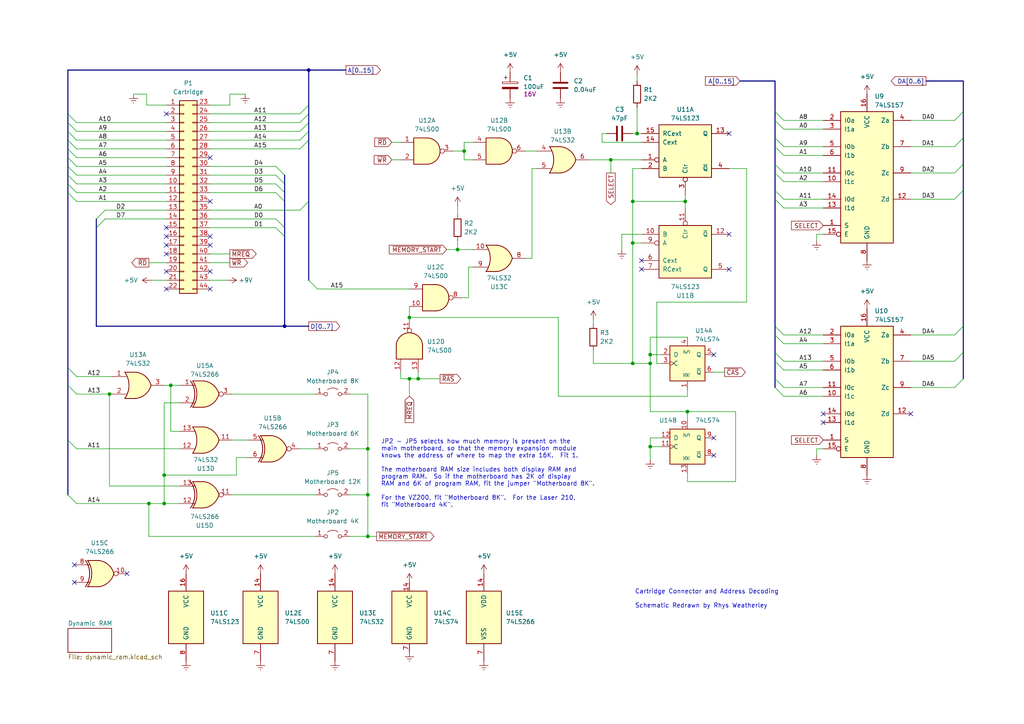
<source format=kicad_sch>
(kicad_sch (version 20230121) (generator eeschema)
  (paper "A4")
  (lib_symbols
    (symbol "4xxx:4077" (pin_names (offset 1.016))
      (property "Reference" "U" (at 0 1.27 0))
      (property "Value" "4077" (at 0 -1.27 0))
      (symbol "4077_1_0"
        (pin input line (at -7.62 2.54 0) (length 4.445) (name "~") (number "1"))
        (pin input line (at -7.62 -2.54 0) (length 4.445) (name "~") (number "2"))
        (pin output inverted (at 7.62 0 180) (length 3.81) (name "~") (number "3"))
      )
      (symbol "4077_2_0"
        (pin output inverted (at 7.62 0 180) (length 3.81) (name "~") (number "4"))
        (pin input line (at -7.62 2.54 0) (length 4.445) (name "~") (number "5"))
        (pin input line (at -7.62 -2.54 0) (length 4.445) (name "~") (number "6"))
      )
      (symbol "4077_3_0"
        (pin output inverted (at 7.62 0 180) (length 3.81) (name "~") (number "10"))
        (pin input line (at -7.62 2.54 0) (length 4.445) (name "~") (number "8"))
        (pin input line (at -7.62 -2.54 0) (length 4.445) (name "~") (number "9"))
      )
      (symbol "4077_4_0"
        (pin output inverted (at 7.62 0 180) (length 3.81) (name "~") (number "11"))
        (pin input line (at -7.62 2.54 0) (length 4.445) (name "~") (number "12"))
        (pin input line (at -7.62 -2.54 0) (length 4.445) (name "~") (number "13"))
      )
      (symbol "4077_5_0"
        (pin power_in line (at 0 12.7 270) (length 5.08) (name "VDD") (number "14"))
        (pin power_in line (at 0 -12.7 90) (length 5.08) (name "VSS") (number "7"))
      )
    )
    (symbol "74xx:74LS00" (pin_names (offset 1.016))
      (property "Reference" "U" (at 0 1.27 0))
      (property "Value" "74LS00" (at 0 -1.27 0))
      (symbol "74LS00_1_1"
        (pin input line (at -7.62 2.54 0) (length 3.81) (name "~") (number "1"))
        (pin input line (at -7.62 -2.54 0) (length 3.81) (name "~") (number "2"))
        (pin output inverted (at 7.62 0 180) (length 3.81) (name "~") (number "3"))
      )
      (symbol "74LS00_1_2"
        (pin input inverted (at -7.62 2.54 0) (length 4.318) (name "~") (number "1"))
        (pin input inverted (at -7.62 -2.54 0) (length 4.318) (name "~") (number "2"))
        (pin output line (at 7.62 0 180) (length 3.81) (name "~") (number "3"))
      )
      (symbol "74LS00_2_1"
        (pin input line (at -7.62 2.54 0) (length 3.81) (name "~") (number "4"))
        (pin input line (at -7.62 -2.54 0) (length 3.81) (name "~") (number "5"))
        (pin output inverted (at 7.62 0 180) (length 3.81) (name "~") (number "6"))
      )
      (symbol "74LS00_2_2"
        (pin input inverted (at -7.62 2.54 0) (length 4.318) (name "~") (number "4"))
        (pin input inverted (at -7.62 -2.54 0) (length 4.318) (name "~") (number "5"))
        (pin output line (at 7.62 0 180) (length 3.81) (name "~") (number "6"))
      )
      (symbol "74LS00_3_1"
        (pin input line (at -7.62 -2.54 0) (length 3.81) (name "~") (number "10"))
        (pin output inverted (at 7.62 0 180) (length 3.81) (name "~") (number "8"))
        (pin input line (at -7.62 2.54 0) (length 3.81) (name "~") (number "9"))
      )
      (symbol "74LS00_3_2"
        (pin input inverted (at -7.62 -2.54 0) (length 4.318) (name "~") (number "10"))
        (pin output line (at 7.62 0 180) (length 3.81) (name "~") (number "8"))
        (pin input inverted (at -7.62 2.54 0) (length 4.318) (name "~") (number "9"))
      )
      (symbol "74LS00_4_1"
        (pin output inverted (at 7.62 0 180) (length 3.81) (name "~") (number "11"))
        (pin input line (at -7.62 2.54 0) (length 3.81) (name "~") (number "12"))
        (pin input line (at -7.62 -2.54 0) (length 3.81) (name "~") (number "13"))
      )
      (symbol "74LS00_4_2"
        (pin output line (at 7.62 0 180) (length 3.81) (name "~") (number "11"))
        (pin input inverted (at -7.62 2.54 0) (length 4.318) (name "~") (number "12"))
        (pin input inverted (at -7.62 -2.54 0) (length 4.318) (name "~") (number "13"))
      )
      (symbol "74LS00_5_0"
        (pin power_in line (at 0 12.7 270) (length 5.08) (name "VCC") (number "14"))
        (pin power_in line (at 0 -12.7 90) (length 5.08) (name "GND") (number "7"))
      )
    )
    (symbol "74xx:74LS123" (pin_names (offset 1.016))
      (property "Reference" "U" (at -7.62 8.89 0))
      (property "Value" "74LS123" (at -7.62 -8.89 0))
      (symbol "74LS123_1_0"
        (pin input inverted (at -12.7 -2.54 0) (length 5.08) (name "A") (number "1"))
        (pin output line (at 12.7 5.08 180) (length 5.08) (name "Q") (number "13"))
        (pin input line (at -12.7 2.54 0) (length 5.08) (name "Cext") (number "14"))
        (pin input line (at -12.7 5.08 0) (length 5.08) (name "RCext") (number "15"))
        (pin input line (at -12.7 -5.08 0) (length 5.08) (name "B") (number "2"))
        (pin input inverted (at 0 -12.7 90) (length 5.08) (name "Clr") (number "3"))
        (pin output line (at 12.7 -5.08 180) (length 5.08) (name "~{Q}") (number "4"))
      )
      (symbol "74LS123_2_0"
        (pin input line (at -12.7 -5.08 0) (length 5.08) (name "B") (number "10"))
        (pin input inverted (at 0 -12.7 90) (length 5.08) (name "Clr") (number "11"))
        (pin output line (at 12.7 -5.08 180) (length 5.08) (name "~{Q}") (number "12"))
        (pin output line (at 12.7 5.08 180) (length 5.08) (name "Q") (number "5"))
        (pin input line (at -12.7 2.54 0) (length 5.08) (name "Cext") (number "6"))
        (pin input line (at -12.7 5.08 0) (length 5.08) (name "RCext") (number "7"))
        (pin input inverted (at -12.7 -2.54 0) (length 5.08) (name "A") (number "9"))
      )
      (symbol "74LS123_3_0"
        (pin power_in line (at 0 12.7 270) (length 5.08) (name "VCC") (number "16"))
        (pin power_in line (at 0 -12.7 90) (length 5.08) (name "GND") (number "8"))
      )
    )
    (symbol "74xx:74LS157" (pin_names (offset 1.016))
      (property "Reference" "U" (at -7.62 19.05 0))
      (property "Value" "74LS157" (at -7.62 -21.59 0))
      (symbol "74LS157_1_0"
        (pin input line (at -12.7 -15.24 0) (length 5.08) (name "S") (number "1"))
        (pin input line (at -12.7 -2.54 0) (length 5.08) (name "I1c") (number "10"))
        (pin input line (at -12.7 0 0) (length 5.08) (name "I0c") (number "11"))
        (pin output line (at 12.7 -7.62 180) (length 5.08) (name "Zd") (number "12"))
        (pin input line (at -12.7 -10.16 0) (length 5.08) (name "I1d") (number "13"))
        (pin input line (at -12.7 -7.62 0) (length 5.08) (name "I0d") (number "14"))
        (pin input inverted (at -12.7 -17.78 0) (length 5.08) (name "E") (number "15"))
        (pin power_in line (at 0 22.86 270) (length 5.08) (name "VCC") (number "16"))
        (pin input line (at -12.7 15.24 0) (length 5.08) (name "I0a") (number "2"))
        (pin input line (at -12.7 12.7 0) (length 5.08) (name "I1a") (number "3"))
        (pin output line (at 12.7 15.24 180) (length 5.08) (name "Za") (number "4"))
        (pin input line (at -12.7 7.62 0) (length 5.08) (name "I0b") (number "5"))
        (pin input line (at -12.7 5.08 0) (length 5.08) (name "I1b") (number "6"))
        (pin output line (at 12.7 7.62 180) (length 5.08) (name "Zb") (number "7"))
        (pin power_in line (at 0 -25.4 90) (length 5.08) (name "GND") (number "8"))
        (pin output line (at 12.7 0 180) (length 5.08) (name "Zc") (number "9"))
      )
    )
    (symbol "74xx:74LS32" (pin_names (offset 1.016))
      (property "Reference" "U" (at 0 1.27 0))
      (property "Value" "74LS32" (at 0 -1.27 0))
      (symbol "74LS32_1_1"
        (pin input line (at -7.62 2.54 0) (length 4.318) (name "~") (number "1"))
        (pin input line (at -7.62 -2.54 0) (length 4.318) (name "~") (number "2"))
        (pin output line (at 7.62 0 180) (length 3.81) (name "~") (number "3"))
      )
      (symbol "74LS32_1_2"
        (pin input inverted (at -7.62 2.54 0) (length 3.81) (name "~") (number "1"))
        (pin input inverted (at -7.62 -2.54 0) (length 3.81) (name "~") (number "2"))
        (pin output inverted (at 7.62 0 180) (length 3.81) (name "~") (number "3"))
      )
      (symbol "74LS32_2_1"
        (pin input line (at -7.62 2.54 0) (length 4.318) (name "~") (number "4"))
        (pin input line (at -7.62 -2.54 0) (length 4.318) (name "~") (number "5"))
        (pin output line (at 7.62 0 180) (length 3.81) (name "~") (number "6"))
      )
      (symbol "74LS32_2_2"
        (pin input inverted (at -7.62 2.54 0) (length 3.81) (name "~") (number "4"))
        (pin input inverted (at -7.62 -2.54 0) (length 3.81) (name "~") (number "5"))
        (pin output inverted (at 7.62 0 180) (length 3.81) (name "~") (number "6"))
      )
      (symbol "74LS32_3_1"
        (pin input line (at -7.62 -2.54 0) (length 4.318) (name "~") (number "10"))
        (pin output line (at 7.62 0 180) (length 3.81) (name "~") (number "8"))
        (pin input line (at -7.62 2.54 0) (length 4.318) (name "~") (number "9"))
      )
      (symbol "74LS32_3_2"
        (pin input inverted (at -7.62 -2.54 0) (length 3.81) (name "~") (number "10"))
        (pin output inverted (at 7.62 0 180) (length 3.81) (name "~") (number "8"))
        (pin input inverted (at -7.62 2.54 0) (length 3.81) (name "~") (number "9"))
      )
      (symbol "74LS32_4_1"
        (pin output line (at 7.62 0 180) (length 3.81) (name "~") (number "11"))
        (pin input line (at -7.62 2.54 0) (length 4.318) (name "~") (number "12"))
        (pin input line (at -7.62 -2.54 0) (length 4.318) (name "~") (number "13"))
      )
      (symbol "74LS32_4_2"
        (pin output inverted (at 7.62 0 180) (length 3.81) (name "~") (number "11"))
        (pin input inverted (at -7.62 2.54 0) (length 3.81) (name "~") (number "12"))
        (pin input inverted (at -7.62 -2.54 0) (length 3.81) (name "~") (number "13"))
      )
      (symbol "74LS32_5_0"
        (pin power_in line (at 0 12.7 270) (length 5.08) (name "VCC") (number "14"))
        (pin power_in line (at 0 -12.7 90) (length 5.08) (name "GND") (number "7"))
      )
    )
    (symbol "74xx:74LS74" (pin_names (offset 1.016))
      (property "Reference" "U" (at -7.62 8.89 0))
      (property "Value" "74LS74" (at -7.62 -8.89 0))
      (symbol "74LS74_1_0"
        (pin input line (at 0 -7.62 90) (length 2.54) (name "~{R}") (number "1"))
        (pin input line (at -7.62 2.54 0) (length 2.54) (name "D") (number "2"))
        (pin input clock (at -7.62 0 0) (length 2.54) (name "C") (number "3"))
        (pin input line (at 0 7.62 270) (length 2.54) (name "~{S}") (number "4"))
        (pin output line (at 7.62 2.54 180) (length 2.54) (name "Q") (number "5"))
        (pin output line (at 7.62 -2.54 180) (length 2.54) (name "~{Q}") (number "6"))
      )
      (symbol "74LS74_2_0"
        (pin input line (at 0 7.62 270) (length 2.54) (name "~{S}") (number "10"))
        (pin input clock (at -7.62 0 0) (length 2.54) (name "C") (number "11"))
        (pin input line (at -7.62 2.54 0) (length 2.54) (name "D") (number "12"))
        (pin input line (at 0 -7.62 90) (length 2.54) (name "~{R}") (number "13"))
        (pin output line (at 7.62 -2.54 180) (length 2.54) (name "~{Q}") (number "8"))
        (pin output line (at 7.62 2.54 180) (length 2.54) (name "Q") (number "9"))
      )
      (symbol "74LS74_3_0"
        (pin power_in line (at 0 10.16 270) (length 2.54) (name "VCC") (number "14"))
        (pin power_in line (at 0 -10.16 90) (length 2.54) (name "GND") (number "7"))
      )
    )
    (symbol "Connector_Generic:Conn_02x22_Top_Bottom" (pin_names (offset 1.016) hide)
      (property "Reference" "J" (at 1.27 27.94 0))
      (property "Value" "Conn_02x22_Top_Bottom" (at 1.27 -30.48 0))
      (symbol "Conn_02x22_Top_Bottom_1_1"
        (pin passive line (at -5.08 25.4 0) (length 3.81) (name "Pin_1") (number "1"))
        (pin passive line (at -5.08 2.54 0) (length 3.81) (name "Pin_10") (number "10"))
        (pin passive line (at -5.08 0 0) (length 3.81) (name "Pin_11") (number "11"))
        (pin passive line (at -5.08 -2.54 0) (length 3.81) (name "Pin_12") (number "12"))
        (pin passive line (at -5.08 -5.08 0) (length 3.81) (name "Pin_13") (number "13"))
        (pin passive line (at -5.08 -7.62 0) (length 3.81) (name "Pin_14") (number "14"))
        (pin passive line (at -5.08 -10.16 0) (length 3.81) (name "Pin_15") (number "15"))
        (pin passive line (at -5.08 -12.7 0) (length 3.81) (name "Pin_16") (number "16"))
        (pin passive line (at -5.08 -15.24 0) (length 3.81) (name "Pin_17") (number "17"))
        (pin passive line (at -5.08 -17.78 0) (length 3.81) (name "Pin_18") (number "18"))
        (pin passive line (at -5.08 -20.32 0) (length 3.81) (name "Pin_19") (number "19"))
        (pin passive line (at -5.08 22.86 0) (length 3.81) (name "Pin_2") (number "2"))
        (pin passive line (at -5.08 -22.86 0) (length 3.81) (name "Pin_20") (number "20"))
        (pin passive line (at -5.08 -25.4 0) (length 3.81) (name "Pin_21") (number "21"))
        (pin passive line (at -5.08 -27.94 0) (length 3.81) (name "Pin_22") (number "22"))
        (pin passive line (at 7.62 25.4 180) (length 3.81) (name "Pin_23") (number "23"))
        (pin passive line (at 7.62 22.86 180) (length 3.81) (name "Pin_24") (number "24"))
        (pin passive line (at 7.62 20.32 180) (length 3.81) (name "Pin_25") (number "25"))
        (pin passive line (at 7.62 17.78 180) (length 3.81) (name "Pin_26") (number "26"))
        (pin passive line (at 7.62 15.24 180) (length 3.81) (name "Pin_27") (number "27"))
        (pin passive line (at 7.62 12.7 180) (length 3.81) (name "Pin_28") (number "28"))
        (pin passive line (at 7.62 10.16 180) (length 3.81) (name "Pin_29") (number "29"))
        (pin passive line (at -5.08 20.32 0) (length 3.81) (name "Pin_3") (number "3"))
        (pin passive line (at 7.62 7.62 180) (length 3.81) (name "Pin_30") (number "30"))
        (pin passive line (at 7.62 5.08 180) (length 3.81) (name "Pin_31") (number "31"))
        (pin passive line (at 7.62 2.54 180) (length 3.81) (name "Pin_32") (number "32"))
        (pin passive line (at 7.62 0 180) (length 3.81) (name "Pin_33") (number "33"))
        (pin passive line (at 7.62 -2.54 180) (length 3.81) (name "Pin_34") (number "34"))
        (pin passive line (at 7.62 -5.08 180) (length 3.81) (name "Pin_35") (number "35"))
        (pin passive line (at 7.62 -7.62 180) (length 3.81) (name "Pin_36") (number "36"))
        (pin passive line (at 7.62 -10.16 180) (length 3.81) (name "Pin_37") (number "37"))
        (pin passive line (at 7.62 -12.7 180) (length 3.81) (name "Pin_38") (number "38"))
        (pin passive line (at 7.62 -15.24 180) (length 3.81) (name "Pin_39") (number "39"))
        (pin passive line (at -5.08 17.78 0) (length 3.81) (name "Pin_4") (number "4"))
        (pin passive line (at 7.62 -17.78 180) (length 3.81) (name "Pin_40") (number "40"))
        (pin passive line (at 7.62 -20.32 180) (length 3.81) (name "Pin_41") (number "41"))
        (pin passive line (at 7.62 -22.86 180) (length 3.81) (name "Pin_42") (number "42"))
        (pin passive line (at 7.62 -25.4 180) (length 3.81) (name "Pin_43") (number "43"))
        (pin passive line (at 7.62 -27.94 180) (length 3.81) (name "Pin_44") (number "44"))
        (pin passive line (at -5.08 15.24 0) (length 3.81) (name "Pin_5") (number "5"))
        (pin passive line (at -5.08 12.7 0) (length 3.81) (name "Pin_6") (number "6"))
        (pin passive line (at -5.08 10.16 0) (length 3.81) (name "Pin_7") (number "7"))
        (pin passive line (at -5.08 7.62 0) (length 3.81) (name "Pin_8") (number "8"))
        (pin passive line (at -5.08 5.08 0) (length 3.81) (name "Pin_9") (number "9"))
      )
    )
    (symbol "Device:C" (pin_numbers hide) (pin_names (offset 0.254))
      (property "Reference" "C" (at 0.635 2.54 0))
      (property "Value" "C" (at 0.635 -2.54 0))
      (symbol "C_1_1"
        (pin passive line (at 0 3.81 270) (length 2.794) (name "~") (number "1"))
        (pin passive line (at 0 -3.81 90) (length 2.794) (name "~") (number "2"))
      )
    )
    (symbol "Device:C_Polarized" (pin_numbers hide) (pin_names (offset 0.254))
      (property "Reference" "C" (at 0.635 2.54 0))
      (property "Value" "C_Polarized" (at 0.635 -2.54 0))
      (symbol "C_Polarized_1_1"
        (pin passive line (at 0 3.81 270) (length 2.794) (name "~") (number "1"))
        (pin passive line (at 0 -3.81 90) (length 2.794) (name "~") (number "2"))
      )
    )
    (symbol "Device:R" (pin_numbers hide) (pin_names (offset 0))
      (property "Reference" "R" (at 2.032 0 90))
      (property "Value" "R" (at 0 0 90))
      (symbol "R_1_1"
        (pin passive line (at 0 3.81 270) (length 1.27) (name "~") (number "1"))
        (pin passive line (at 0 -3.81 90) (length 1.27) (name "~") (number "2"))
      )
    )
    (symbol "Jumper:Jumper_2_Open" (pin_names (offset 0) hide)
      (property "Reference" "JP" (at 0 2.794 0))
      (property "Value" "Jumper_2_Open" (at 0 -2.286 0))
      (symbol "Jumper_2_Open_1_1"
        (pin passive line (at -5.08 0 0) (length 2.54) (name "A") (number "1"))
        (pin passive line (at 5.08 0 180) (length 2.54) (name "B") (number "2"))
      )
    )
    (symbol "power:+5V" (power) (pin_names (offset 0))
      (property "Value" "+5V" (at 0 3.556 0))
      (symbol "+5V_1_1"
        (pin power_in line (at 0 0 90) (length 0) hide (name "+5V") (number "1"))
      )
    )
    (symbol "power:+9V" (power) (pin_names (offset 0))
      (property "Value" "+9V" (at 0 3.556 0))
      (symbol "+9V_1_1"
        (pin power_in line (at 0 0 90) (length 0) hide (name "+9V") (number "1"))
      )
    )
    (symbol "power:Earth" (power) (pin_names (offset 0))
      (symbol "Earth_1_1"
        (pin power_in line (at 0 0 270) (length 0) hide (name "Earth") (number "1"))
      )
    )
  )
  (junction (at 106.68 143.51))
  (junction (at 198.755 58.42))
  (junction (at 177.165 46.355))
  (junction (at 47.625 146.05))
  (junction (at 43.18 146.05))
  (junction (at 183.515 58.42))
  (junction (at 49.53 111.76))
  (junction (at 118.745 92.075))
  (junction (at 134.62 43.815))
  (junction (at 47.625 137.795))
  (junction (at 89.535 20.32))
  (junction (at 183.515 105.41))
  (junction (at 118.745 109.855))
  (junction (at 106.68 130.175))
  (junction (at 188.595 105.41))
  (junction (at 132.715 72.39))
  (junction (at 199.39 119.38))
  (junction (at 183.515 70.485))
  (junction (at 188.595 129.54))
  (junction (at 106.68 155.575))
  (junction (at 121.285 109.855))
  (junction (at 82.55 94.615))
  (junction (at 184.785 38.735))
  (junction (at 188.595 102.87))
  (junction (at 31.75 114.3))
  (no_connect (at 60.96 58.42))
  (no_connect (at 60.96 45.72))
  (no_connect (at 60.96 71.12))
  (no_connect (at 48.26 68.58))
  (no_connect (at 48.26 33.02))
  (no_connect (at 60.96 78.74))
  (no_connect (at 207.01 127))
  (no_connect (at 48.26 66.04))
  (no_connect (at 48.26 73.66))
  (no_connect (at 211.455 38.735))
  (no_connect (at 36.83 166.37))
  (no_connect (at 207.01 132.08))
  (no_connect (at 186.055 78.105))
  (no_connect (at 211.455 67.945))
  (no_connect (at 60.96 68.58))
  (no_connect (at 264.16 120.015))
  (no_connect (at 48.26 83.82))
  (no_connect (at 21.59 163.83))
  (no_connect (at 211.455 78.105))
  (no_connect (at 238.76 122.555))
  (no_connect (at 207.01 102.87))
  (no_connect (at 238.76 120.015))
  (no_connect (at 48.26 78.74))
  (no_connect (at 48.26 71.12))
  (no_connect (at 186.055 75.565))
  (no_connect (at 60.96 83.82))
  (no_connect (at 21.59 168.91))
  (bus_entry (at 80.01 55.88) (size 2.54 2.54))
  (bus_entry (at 22.225 45.72) (size -2.54 -2.54))
  (bus_entry (at 86.995 40.64) (size 2.54 -2.54))
  (bus_entry (at 224.79 102.235) (size 2.54 2.54))
  (bus_entry (at 224.79 94.615) (size 2.54 2.54))
  (bus_entry (at 224.79 34.925) (size 2.54 2.54))
  (bus_entry (at 86.995 38.1) (size 2.54 -2.54))
  (bus_entry (at 27.94 66.04) (size 2.54 -2.54))
  (bus_entry (at 80.01 48.26) (size 2.54 2.54))
  (bus_entry (at 22.225 38.1) (size -2.54 -2.54))
  (bus_entry (at 19.685 127.635) (size 2.54 2.54))
  (bus_entry (at 276.86 104.775) (size 2.54 -2.54))
  (bus_entry (at 86.995 33.02) (size 2.54 -2.54))
  (bus_entry (at 276.86 34.925) (size 2.54 -2.54))
  (bus_entry (at 19.685 106.68) (size 2.54 2.54))
  (bus_entry (at 80.01 63.5) (size 2.54 2.54))
  (bus_entry (at 224.79 57.785) (size 2.54 2.54))
  (bus_entry (at 22.225 35.56) (size -2.54 -2.54))
  (bus_entry (at 86.995 60.96) (size 2.54 -2.54))
  (bus_entry (at 224.79 42.545) (size 2.54 2.54))
  (bus_entry (at 80.01 66.04) (size 2.54 2.54))
  (bus_entry (at 276.86 42.545) (size 2.54 -2.54))
  (bus_entry (at 224.79 112.395) (size 2.54 2.54))
  (bus_entry (at 224.79 40.005) (size 2.54 2.54))
  (bus_entry (at 22.225 40.64) (size -2.54 -2.54))
  (bus_entry (at 224.79 104.775) (size 2.54 2.54))
  (bus_entry (at 276.86 50.165) (size 2.54 -2.54))
  (bus_entry (at 22.225 48.26) (size -2.54 -2.54))
  (bus_entry (at 22.225 55.88) (size -2.54 -2.54))
  (bus_entry (at 276.86 97.155) (size 2.54 -2.54))
  (bus_entry (at 224.79 109.855) (size 2.54 2.54))
  (bus_entry (at 27.94 63.5) (size 2.54 -2.54))
  (bus_entry (at 22.225 43.18) (size -2.54 -2.54))
  (bus_entry (at 86.995 35.56) (size 2.54 -2.54))
  (bus_entry (at 224.79 55.245) (size 2.54 2.54))
  (bus_entry (at 22.225 53.34) (size -2.54 -2.54))
  (bus_entry (at 224.79 50.165) (size 2.54 2.54))
  (bus_entry (at 224.79 47.625) (size 2.54 2.54))
  (bus_entry (at 80.01 53.34) (size 2.54 2.54))
  (bus_entry (at 19.685 111.76) (size 2.54 2.54))
  (bus_entry (at 224.79 97.155) (size 2.54 2.54))
  (bus_entry (at 19.685 143.51) (size 2.54 2.54))
  (bus_entry (at 86.995 43.18) (size 2.54 -2.54))
  (bus_entry (at 89.535 81.28) (size 2.54 2.54))
  (bus_entry (at 22.225 50.8) (size -2.54 -2.54))
  (bus_entry (at 80.01 50.8) (size 2.54 2.54))
  (bus_entry (at 22.225 58.42) (size -2.54 -2.54))
  (bus_entry (at 276.86 112.395) (size 2.54 -2.54))
  (bus_entry (at 276.86 57.785) (size 2.54 -2.54))
  (bus_entry (at 224.79 32.385) (size 2.54 2.54))
  (wire (pts (xy 227.33 104.775) (xy 238.76 104.775)))
  (wire (pts (xy 207.01 107.95) (xy 210.185 107.95)))
  (wire (pts (xy 227.33 57.785) (xy 238.76 57.785)))
  (bus (pts (xy 268.605 23.495) (xy 279.4 23.495)))
  (wire (pts (xy 22.225 43.18) (xy 48.26 43.18)))
  (wire (pts (xy 134.62 41.275) (xy 137.16 41.275)))
  (wire (pts (xy 60.96 73.66) (xy 66.675 73.66)))
  (bus (pts (xy 82.55 66.04) (xy 82.55 68.58)))
  (wire (pts (xy 227.33 37.465) (xy 238.76 37.465)))
  (bus (pts (xy 19.685 55.88) (xy 19.685 106.68)))
  (wire (pts (xy 118.745 92.075) (xy 118.745 92.71)))
  (bus (pts (xy 19.685 48.26) (xy 19.685 50.8)))
  (wire (pts (xy 30.48 63.5) (xy 48.26 63.5)))
  (wire (pts (xy 183.515 58.42) (xy 198.755 58.42)))
  (bus (pts (xy 89.535 35.56) (xy 89.535 38.1)))
  (bus (pts (xy 19.685 43.18) (xy 19.685 45.72)))
  (wire (pts (xy 264.16 112.395) (xy 276.86 112.395)))
  (bus (pts (xy 82.55 53.34) (xy 82.55 55.88)))
  (bus (pts (xy 279.4 40.005) (xy 279.4 47.625)))
  (wire (pts (xy 180.34 67.945) (xy 180.34 72.39)))
  (wire (pts (xy 264.16 97.155) (xy 276.86 97.155)))
  (wire (pts (xy 60.96 48.26) (xy 80.01 48.26)))
  (wire (pts (xy 22.225 58.42) (xy 48.26 58.42)))
  (wire (pts (xy 183.515 70.485) (xy 186.055 70.485)))
  (wire (pts (xy 135.89 86.36) (xy 135.89 77.47)))
  (bus (pts (xy 224.79 112.395) (xy 224.79 109.855)))
  (wire (pts (xy 186.055 41.275) (xy 174.625 41.275)))
  (bus (pts (xy 224.79 109.855) (xy 224.79 104.775)))
  (wire (pts (xy 133.985 86.36) (xy 135.89 86.36)))
  (bus (pts (xy 279.4 23.495) (xy 279.4 32.385)))
  (wire (pts (xy 184.785 38.735) (xy 186.055 38.735)))
  (wire (pts (xy 227.33 60.325) (xy 238.76 60.325)))
  (wire (pts (xy 60.96 50.8) (xy 80.01 50.8)))
  (bus (pts (xy 89.535 30.48) (xy 89.535 33.02)))
  (wire (pts (xy 137.16 46.355) (xy 134.62 46.355)))
  (wire (pts (xy 48.26 30.48) (xy 42.545 30.48)))
  (wire (pts (xy 60.96 35.56) (xy 86.995 35.56)))
  (wire (pts (xy 183.515 58.42) (xy 183.515 70.485)))
  (bus (pts (xy 19.685 40.64) (xy 19.685 43.18)))
  (wire (pts (xy 137.16 72.39) (xy 132.715 72.39)))
  (wire (pts (xy 67.31 114.3) (xy 91.44 114.3)))
  (wire (pts (xy 199.39 139.7) (xy 213.36 139.7)))
  (wire (pts (xy 60.96 30.48) (xy 66.675 30.48)))
  (wire (pts (xy 116.205 107.95) (xy 116.205 109.855)))
  (wire (pts (xy 38.735 27.305) (xy 42.545 27.305)))
  (bus (pts (xy 19.685 33.02) (xy 19.685 35.56)))
  (wire (pts (xy 170.815 46.355) (xy 177.165 46.355)))
  (wire (pts (xy 186.055 48.895) (xy 183.515 48.895)))
  (wire (pts (xy 183.515 38.735) (xy 184.785 38.735)))
  (wire (pts (xy 154.305 74.93) (xy 154.305 48.895)))
  (wire (pts (xy 152.4 74.93) (xy 154.305 74.93)))
  (wire (pts (xy 172.085 92.71) (xy 172.085 93.98)))
  (wire (pts (xy 66.675 30.48) (xy 66.675 27.305)))
  (wire (pts (xy 22.225 50.8) (xy 48.26 50.8)))
  (bus (pts (xy 224.79 34.925) (xy 224.79 32.385)))
  (wire (pts (xy 188.595 119.38) (xy 188.595 105.41)))
  (bus (pts (xy 19.685 111.76) (xy 19.685 127.635)))
  (wire (pts (xy 60.96 66.04) (xy 80.01 66.04)))
  (wire (pts (xy 177.165 46.355) (xy 177.165 50.165)))
  (wire (pts (xy 113.665 46.355) (xy 116.205 46.355)))
  (bus (pts (xy 279.4 94.615) (xy 279.4 102.235)))
  (wire (pts (xy 22.225 109.22) (xy 32.385 109.22)))
  (wire (pts (xy 227.33 97.155) (xy 238.76 97.155)))
  (wire (pts (xy 135.89 77.47) (xy 137.16 77.47)))
  (wire (pts (xy 121.285 109.855) (xy 121.285 107.95)))
  (wire (pts (xy 31.75 114.3) (xy 32.385 114.3)))
  (wire (pts (xy 184.785 21.59) (xy 184.785 23.495)))
  (wire (pts (xy 191.77 127) (xy 188.595 127)))
  (wire (pts (xy 67.31 143.51) (xy 91.44 143.51)))
  (wire (pts (xy 199.39 114.935) (xy 161.925 114.935)))
  (wire (pts (xy 227.33 52.705) (xy 238.76 52.705)))
  (wire (pts (xy 22.225 130.175) (xy 52.07 130.175)))
  (wire (pts (xy 118.745 109.855) (xy 121.285 109.855)))
  (wire (pts (xy 199.39 119.38) (xy 188.595 119.38)))
  (bus (pts (xy 19.685 50.8) (xy 19.685 53.34)))
  (bus (pts (xy 224.79 97.155) (xy 224.79 94.615)))
  (wire (pts (xy 22.225 40.64) (xy 48.26 40.64)))
  (wire (pts (xy 106.68 155.575) (xy 109.22 155.575)))
  (wire (pts (xy 60.96 43.18) (xy 86.995 43.18)))
  (wire (pts (xy 47.625 137.795) (xy 68.58 137.795)))
  (bus (pts (xy 82.55 50.8) (xy 82.55 53.34)))
  (wire (pts (xy 199.39 113.03) (xy 199.39 114.935)))
  (bus (pts (xy 27.94 66.04) (xy 27.94 63.5)))
  (wire (pts (xy 213.36 119.38) (xy 199.39 119.38)))
  (wire (pts (xy 22.225 48.26) (xy 48.26 48.26)))
  (bus (pts (xy 89.535 38.1) (xy 89.535 40.64)))
  (wire (pts (xy 264.16 42.545) (xy 276.86 42.545)))
  (wire (pts (xy 49.53 125.095) (xy 49.53 111.76)))
  (wire (pts (xy 131.445 43.815) (xy 134.62 43.815)))
  (wire (pts (xy 174.625 38.735) (xy 175.895 38.735)))
  (bus (pts (xy 279.4 32.385) (xy 279.4 40.005)))
  (bus (pts (xy 89.535 33.02) (xy 89.535 35.56)))
  (wire (pts (xy 101.6 114.3) (xy 106.68 114.3)))
  (wire (pts (xy 227.33 107.315) (xy 238.76 107.315)))
  (wire (pts (xy 238.76 67.945) (xy 236.855 67.945)))
  (wire (pts (xy 132.715 59.69) (xy 132.715 62.23)))
  (bus (pts (xy 89.535 20.32) (xy 100.33 20.32)))
  (wire (pts (xy 264.16 34.925) (xy 276.86 34.925)))
  (wire (pts (xy 198.755 56.515) (xy 198.755 58.42)))
  (wire (pts (xy 183.515 105.41) (xy 188.595 105.41)))
  (bus (pts (xy 224.79 102.235) (xy 224.79 97.155)))
  (bus (pts (xy 224.79 50.165) (xy 224.79 47.625)))
  (wire (pts (xy 172.085 105.41) (xy 183.515 105.41)))
  (wire (pts (xy 188.595 129.54) (xy 188.595 133.35)))
  (wire (pts (xy 22.225 38.1) (xy 48.26 38.1)))
  (wire (pts (xy 213.36 139.7) (xy 213.36 119.38)))
  (bus (pts (xy 19.685 106.68) (xy 19.685 111.76)))
  (wire (pts (xy 106.68 143.51) (xy 106.68 155.575)))
  (wire (pts (xy 86.995 130.175) (xy 91.44 130.175)))
  (wire (pts (xy 52.07 125.095) (xy 49.53 125.095)))
  (wire (pts (xy 43.18 155.575) (xy 43.18 146.05)))
  (bus (pts (xy 82.55 68.58) (xy 82.55 94.615)))
  (bus (pts (xy 224.79 57.785) (xy 224.79 55.245)))
  (wire (pts (xy 177.165 46.355) (xy 186.055 46.355)))
  (wire (pts (xy 216.535 48.895) (xy 216.535 87.63)))
  (wire (pts (xy 199.39 97.79) (xy 188.595 97.79)))
  (wire (pts (xy 118.745 88.9) (xy 118.745 92.075)))
  (wire (pts (xy 22.225 146.05) (xy 43.18 146.05)))
  (wire (pts (xy 49.53 111.76) (xy 52.07 111.76)))
  (bus (pts (xy 89.535 40.64) (xy 89.535 58.42)))
  (wire (pts (xy 22.225 53.34) (xy 48.26 53.34)))
  (bus (pts (xy 19.685 45.72) (xy 19.685 48.26)))
  (bus (pts (xy 19.685 35.56) (xy 19.685 38.1)))
  (wire (pts (xy 116.205 109.855) (xy 118.745 109.855)))
  (wire (pts (xy 52.07 116.84) (xy 47.625 116.84)))
  (wire (pts (xy 188.595 97.79) (xy 188.595 102.87)))
  (wire (pts (xy 227.33 45.085) (xy 238.76 45.085)))
  (wire (pts (xy 190.5 105.41) (xy 190.5 87.63)))
  (wire (pts (xy 42.545 30.48) (xy 42.545 27.305)))
  (wire (pts (xy 161.925 114.935) (xy 161.925 92.075)))
  (wire (pts (xy 101.6 155.575) (xy 106.68 155.575)))
  (wire (pts (xy 191.77 102.87) (xy 188.595 102.87)))
  (wire (pts (xy 191.77 105.41) (xy 190.5 105.41)))
  (wire (pts (xy 22.225 55.88) (xy 48.26 55.88)))
  (wire (pts (xy 238.76 130.175) (xy 236.855 130.175)))
  (wire (pts (xy 188.595 129.54) (xy 191.77 129.54)))
  (bus (pts (xy 224.79 55.245) (xy 224.79 50.165)))
  (wire (pts (xy 190.5 87.63) (xy 216.535 87.63)))
  (wire (pts (xy 113.665 41.275) (xy 116.205 41.275)))
  (wire (pts (xy 199.39 137.16) (xy 199.39 139.7)))
  (wire (pts (xy 47.625 111.76) (xy 49.53 111.76)))
  (bus (pts (xy 19.685 127.635) (xy 19.685 143.51)))
  (wire (pts (xy 227.33 112.395) (xy 238.76 112.395)))
  (wire (pts (xy 211.455 48.895) (xy 216.535 48.895)))
  (wire (pts (xy 152.4 43.815) (xy 155.575 43.815)))
  (wire (pts (xy 47.625 146.05) (xy 52.07 146.05)))
  (wire (pts (xy 66.675 27.305) (xy 71.12 27.305)))
  (bus (pts (xy 19.685 20.32) (xy 89.535 20.32)))
  (wire (pts (xy 60.96 55.88) (xy 80.01 55.88)))
  (wire (pts (xy 47.625 116.84) (xy 47.625 137.795)))
  (wire (pts (xy 172.085 101.6) (xy 172.085 105.41)))
  (wire (pts (xy 60.96 40.64) (xy 86.995 40.64)))
  (bus (pts (xy 27.94 94.615) (xy 82.55 94.615)))
  (wire (pts (xy 184.785 31.115) (xy 184.785 38.735)))
  (wire (pts (xy 236.855 67.945) (xy 236.855 69.85)))
  (wire (pts (xy 30.48 60.96) (xy 48.26 60.96)))
  (wire (pts (xy 227.33 50.165) (xy 238.76 50.165)))
  (wire (pts (xy 60.96 38.1) (xy 86.995 38.1)))
  (bus (pts (xy 82.55 58.42) (xy 82.55 66.04)))
  (wire (pts (xy 134.62 46.355) (xy 134.62 43.815)))
  (bus (pts (xy 279.4 47.625) (xy 279.4 55.245)))
  (wire (pts (xy 134.62 43.815) (xy 134.62 41.275)))
  (bus (pts (xy 224.79 42.545) (xy 224.79 40.005)))
  (wire (pts (xy 43.815 81.28) (xy 48.26 81.28)))
  (bus (pts (xy 89.535 58.42) (xy 89.535 81.28)))
  (bus (pts (xy 19.685 38.1) (xy 19.685 40.64)))
  (wire (pts (xy 118.745 109.855) (xy 118.745 114.935)))
  (wire (pts (xy 264.16 57.785) (xy 276.86 57.785)))
  (bus (pts (xy 279.4 55.245) (xy 279.4 94.615)))
  (bus (pts (xy 82.55 55.88) (xy 82.55 58.42)))
  (wire (pts (xy 101.6 130.175) (xy 106.68 130.175)))
  (bus (pts (xy 224.79 47.625) (xy 224.79 42.545)))
  (wire (pts (xy 60.96 76.2) (xy 66.675 76.2)))
  (wire (pts (xy 68.58 132.715) (xy 68.58 137.795)))
  (wire (pts (xy 236.855 130.175) (xy 236.855 132.08)))
  (bus (pts (xy 27.94 66.04) (xy 27.94 94.615)))
  (bus (pts (xy 224.79 32.385) (xy 224.79 23.495)))
  (wire (pts (xy 101.6 143.51) (xy 106.68 143.51)))
  (wire (pts (xy 43.18 146.05) (xy 47.625 146.05)))
  (wire (pts (xy 92.075 83.82) (xy 118.745 83.82)))
  (bus (pts (xy 224.79 94.615) (xy 224.79 57.785)))
  (wire (pts (xy 264.16 50.165) (xy 276.86 50.165)))
  (wire (pts (xy 60.96 63.5) (xy 80.01 63.5)))
  (wire (pts (xy 60.96 60.96) (xy 86.995 60.96)))
  (bus (pts (xy 279.4 102.235) (xy 279.4 109.855)))
  (wire (pts (xy 199.39 121.92) (xy 199.39 119.38)))
  (bus (pts (xy 224.79 104.775) (xy 224.79 102.235)))
  (wire (pts (xy 161.925 92.075) (xy 118.745 92.075)))
  (wire (pts (xy 183.515 48.895) (xy 183.515 58.42)))
  (wire (pts (xy 154.305 48.895) (xy 155.575 48.895)))
  (wire (pts (xy 227.33 42.545) (xy 238.76 42.545)))
  (wire (pts (xy 198.755 58.42) (xy 198.755 60.325)))
  (bus (pts (xy 82.55 94.615) (xy 89.535 94.615)))
  (wire (pts (xy 71.755 132.715) (xy 68.58 132.715)))
  (wire (pts (xy 121.285 109.855) (xy 127.635 109.855)))
  (wire (pts (xy 227.33 99.695) (xy 238.76 99.695)))
  (wire (pts (xy 106.68 114.3) (xy 106.68 130.175)))
  (wire (pts (xy 31.75 140.97) (xy 31.75 114.3)))
  (wire (pts (xy 174.625 41.275) (xy 174.625 38.735)))
  (bus (pts (xy 19.685 53.34) (xy 19.685 55.88)))
  (wire (pts (xy 47.625 137.795) (xy 47.625 146.05)))
  (wire (pts (xy 188.595 102.87) (xy 188.595 105.41)))
  (wire (pts (xy 60.96 53.34) (xy 80.01 53.34)))
  (wire (pts (xy 67.31 127.635) (xy 71.755 127.635)))
  (wire (pts (xy 106.68 130.175) (xy 106.68 143.51)))
  (bus (pts (xy 19.685 33.02) (xy 19.685 20.32)))
  (wire (pts (xy 43.18 76.2) (xy 48.26 76.2)))
  (wire (pts (xy 264.16 104.775) (xy 276.86 104.775)))
  (wire (pts (xy 22.225 35.56) (xy 48.26 35.56)))
  (wire (pts (xy 227.33 114.935) (xy 238.76 114.935)))
  (wire (pts (xy 60.96 81.28) (xy 66.04 81.28)))
  (wire (pts (xy 22.225 45.72) (xy 48.26 45.72)))
  (wire (pts (xy 188.595 127) (xy 188.595 129.54)))
  (wire (pts (xy 91.44 155.575) (xy 43.18 155.575)))
  (bus (pts (xy 224.79 23.495) (xy 214.63 23.495)))
  (wire (pts (xy 60.96 33.02) (xy 86.995 33.02)))
  (bus (pts (xy 89.535 30.48) (xy 89.535 20.32)))
  (wire (pts (xy 186.055 67.945) (xy 180.34 67.945)))
  (wire (pts (xy 132.715 72.39) (xy 132.715 69.85)))
  (wire (pts (xy 227.33 34.925) (xy 238.76 34.925)))
  (wire (pts (xy 129.54 72.39) (xy 132.715 72.39)))
  (wire (pts (xy 52.07 140.97) (xy 31.75 140.97)))
  (wire (pts (xy 183.515 70.485) (xy 183.515 105.41)))
  (wire (pts (xy 22.225 114.3) (xy 31.75 114.3)))
  (bus (pts (xy 224.79 40.005) (xy 224.79 34.925)))
  (text "Cartridge Connector and Address Decoding\n\nSchematic Redrawn by Rhys Weatherley" (at 184.15 176.53 0) (effects (font (size 1.27 1.27)) (justify left bottom)))
  (text "JP2 - JP5 selects how much memory is present on the\nmain motherboard, so that the memory expansion module\nknows the address of where to map the extra 16K.  Fit 1.\n\nThe motherboard RAM size includes both display RAM and\nprogram RAM.  So if the motherboard has 2K of display\nRAM and 6K of program RAM, fit the jumper \"Motherboard 8K\".\n\nFor the VZ200, fit \"Motherboard 8K\".  For the Laser 210,\nfit \"Motherboard 4K\"." (at 110.49 147.32 0) (effects (font (size 1.27 1.27)) (justify left bottom)))
  (label "A13" (at 25.4 114.3 0))
  (label "D5" (at 73.66 53.34 0))
  (label "A8" (at 28.575 40.64 0))
  (label "A2" (at 231.775 52.705 0))
  (label "D6" (at 73.66 55.88 0))
  (label "A1" (at 231.775 45.085 0))
  (label "D0" (at 73.66 63.5 0))
  (label "D1" (at 73.66 66.04 0))
  (label "A0" (at 231.775 37.465 0))
  (label "DA1" (at 267.335 42.545 0))
  (label "A7" (at 231.775 112.395 0))
  (label "DA0" (at 267.335 34.925 0))
  (label "A5" (at 231.775 107.315 0))
  (label "A14" (at 73.66 40.64 0))
  (label "A11" (at 73.66 33.02 0))
  (label "A13" (at 73.66 38.1 0))
  (label "A4" (at 231.775 99.695 0))
  (label "D2" (at 33.655 60.96 0))
  (label "A9" (at 231.775 42.545 0))
  (label "A15" (at 73.66 43.18 0))
  (label "A5" (at 28.575 48.26 0))
  (label "A12" (at 73.66 35.56 0))
  (label "A4" (at 28.575 50.8 0))
  (label "DA3" (at 267.335 57.785 0))
  (label "A9" (at 28.575 38.1 0))
  (label "A7" (at 28.575 43.18 0))
  (label "DA4" (at 267.335 97.155 0))
  (label "A3" (at 28.575 53.34 0))
  (label "A13" (at 231.775 104.775 0))
  (label "A2" (at 28.575 55.88 0))
  (label "A1" (at 28.575 58.42 0))
  (label "A11" (at 231.775 57.785 0))
  (label "A6" (at 28.575 45.72 0))
  (label "A8" (at 231.775 34.925 0))
  (label "A12" (at 25.4 109.22 0))
  (label "A10" (at 28.575 35.56 0))
  (label "D3" (at 73.66 50.8 0))
  (label "DA5" (at 267.335 104.775 0))
  (label "A0" (at 73.66 60.96 0))
  (label "A12" (at 231.775 97.155 0))
  (label "A15" (at 95.885 83.82 0))
  (label "DA6" (at 267.335 112.395 0))
  (label "A6" (at 231.775 114.935 0))
  (label "DA2" (at 267.335 50.165 0))
  (label "D7" (at 33.655 63.5 0))
  (label "A11" (at 25.4 130.175 0))
  (label "A10" (at 231.775 50.165 0))
  (label "A3" (at 231.775 60.325 0))
  (label "D4" (at 73.66 48.26 0))
  (label "A14" (at 25.4 146.05 0))
  (global_label "~{CAS}" (shape output) (at 210.185 107.95 0) (property "Intersheetrefs" "${INTERSHEET_REFS}" (effects hide)))
  (global_label "~{MREQ}" (shape output) (at 66.675 73.66 0) (property "Intersheetrefs" "${INTERSHEET_REFS}" (effects hide)))
  (global_label "~{WR}" (shape input) (at 113.665 46.355 180) (property "Intersheetrefs" "${INTERSHEET_REFS}" (effects hide)))
  (global_label "D[0..7]" (shape output) (at 89.535 94.615 0) (property "Intersheetrefs" "${INTERSHEET_REFS}" (effects hide)))
  (global_label "~{RD}" (shape output) (at 43.18 76.2 180) (property "Intersheetrefs" "${INTERSHEET_REFS}" (effects hide)))
  (global_label "SELECT" (shape input) (at 238.76 65.405 180) (property "Intersheetrefs" "${INTERSHEET_REFS}" (effects hide)))
  (global_label "~{MEMORY_START}" (shape output) (at 109.22 155.575 0) (property "Intersheetrefs" "${INTERSHEET_REFS}" (effects hide)))
  (global_label "A[0..15]" (shape output) (at 100.33 20.32 0) (property "Intersheetrefs" "${INTERSHEET_REFS}" (effects hide)))
  (global_label "~{WR}" (shape output) (at 66.675 76.2 0) (property "Intersheetrefs" "${INTERSHEET_REFS}" (effects hide)))
  (global_label "A[0..15]" (shape input) (at 214.63 23.495 180) (property "Intersheetrefs" "${INTERSHEET_REFS}" (effects hide)))
  (global_label "~{MEMORY_START}" (shape input) (at 129.54 72.39 180) (property "Intersheetrefs" "${INTERSHEET_REFS}" (effects hide)))
  (global_label "~{RAS}" (shape output) (at 127.635 109.855 0) (property "Intersheetrefs" "${INTERSHEET_REFS}" (effects hide)))
  (global_label "DA[0..6]" (shape output) (at 268.605 23.495 180) (property "Intersheetrefs" "${INTERSHEET_REFS}" (effects hide)))
  (global_label "SELECT" (shape input) (at 238.76 127.635 180) (property "Intersheetrefs" "${INTERSHEET_REFS}" (effects hide)))
  (global_label "SELECT" (shape output) (at 177.165 50.165 270) (property "Intersheetrefs" "${INTERSHEET_REFS}" (effects hide)))
  (global_label "~{MREQ}" (shape input) (at 118.745 114.935 270) (property "Intersheetrefs" "${INTERSHEET_REFS}" (effects hide)))
  (global_label "~{RD}" (shape input) (at 113.665 41.275 180) (property "Intersheetrefs" "${INTERSHEET_REFS}" (effects hide)))
  (symbol (lib_id "power:Earth") (at 251.46 137.795 0) (unit 1)
    (property "Reference" "#PWR038" (effects hide))
    (property "Value" "Earth" (effects hide))
  )
  (symbol (lib_id "power:Earth") (at 188.595 133.35 0) (unit 1)
    (property "Reference" "#PWR056" (effects hide))
    (property "Value" "Earth" (effects hide))
  )
  (symbol (lib_id "power:Earth") (at 251.46 75.565 0) (unit 1)
    (property "Reference" "#PWR037" (effects hide))
    (property "Value" "Earth" (effects hide))
  )
  (symbol (lib_id "74xx:74LS74") (at 118.745 179.07 0) (unit 3)
    (property "Reference" "U14" (at 125.73 177.8 0) (effects (justify left)))
    (property "Value" "74LS74" (at 125.73 180.34 0) (effects (justify left)))
    (property "Footprint" "Package_DIP:DIP-14_W7.62mm" (effects hide))
    (property "Datasheet" "74xx/74hc_hct74.pdf" (effects hide))
  )
  (symbol (lib_id "74xx:74LS157") (at 251.46 50.165 0) (unit 1)
    (property "Reference" "U9" (at 253.6541 27.94 0) (effects (justify left)))
    (property "Value" "74LS157" (at 253.6541 30.48 0) (effects (justify left)))
    (property "Footprint" "Package_DIP:DIP-16_W7.62mm" (effects hide))
    (property "Datasheet" "http://www.ti.com/lit/gpn/sn74LS157" (effects hide))
  )
  (symbol (lib_id "power:Earth") (at 75.565 191.77 0) (unit 1)
    (property "Reference" "#PWR049" (effects hide))
    (property "Value" "Earth" (effects hide))
  )
  (symbol (lib_id "power:+5V") (at 184.785 21.59 0) (unit 1)
    (property "Reference" "#PWR053" (effects hide))
    (property "Value" "+5V" (at 184.785 16.51 0))
  )
  (symbol (lib_id "power:+5V") (at 162.56 20.955 0) (unit 1)
    (property "Reference" "#PWR061" (effects hide))
    (property "Value" "+5V" (at 162.56 15.875 0))
  )
  (symbol (lib_id "Jumper:Jumper_2_Open") (at 96.52 155.575 0) (unit 1)
    (property "Reference" "JP2" (at 96.52 148.59 0))
    (property "Value" "Motherboard 4K" (at 96.52 151.13 0))
  )
  (symbol (lib_id "74xx:74LS32") (at 59.69 127.635 0) (mirror x) (unit 4)
    (property "Reference" "U13" (at 59.69 135.89 0))
    (property "Value" "74LS32" (at 59.69 133.35 0))
    (property "Footprint" "Package_DIP:DIP-14_W7.62mm" (effects hide))
    (property "Datasheet" "http://www.ti.com/lit/gpn/sn74LS32" (effects hide))
  )
  (symbol (lib_id "74xx:74LS32") (at 144.78 74.93 0) (mirror x) (unit 3)
    (property "Reference" "U13" (at 144.78 83.185 0))
    (property "Value" "74LS32" (at 144.78 80.645 0))
    (property "Footprint" "Package_DIP:DIP-14_W7.62mm" (effects hide))
    (property "Datasheet" "http://www.ti.com/lit/gpn/sn74LS32" (effects hide))
  )
  (symbol (lib_id "power:Earth") (at 147.955 28.575 0) (unit 1)
    (property "Reference" "#PWR059" (effects hide))
    (property "Value" "Earth" (effects hide))
  )
  (symbol (lib_id "74xx:74LS157") (at 251.46 112.395 0) (unit 1)
    (property "Reference" "U10" (at 253.6541 90.17 0) (effects (justify left)))
    (property "Value" "74LS157" (at 253.6541 92.71 0) (effects (justify left)))
    (property "Footprint" "Package_DIP:DIP-16_W7.62mm" (effects hide))
    (property "Datasheet" "http://www.ti.com/lit/gpn/sn74LS157" (effects hide))
  )
  (symbol (lib_id "4xxx:4077") (at 79.375 130.175 0) (unit 2)
    (property "Reference" "U15" (at 79.0702 121.285 0))
    (property "Value" "74LS266" (at 79.0702 123.825 0))
    (property "Footprint" "Package_DIP:DIP-14_W7.62mm" (effects hide))
    (property "Datasheet" "http://www.intersil.com/content/dam/Intersil/documents/cd40/cd4076bms.pdf" (effects hide))
  )
  (symbol (lib_id "74xx:74LS74") (at 199.39 105.41 0) (unit 1)
    (property "Reference" "U14" (at 201.5841 95.885 0) (effects (justify left)))
    (property "Value" "74LS74" (at 201.5841 98.425 0) (effects (justify left)))
    (property "Footprint" "Package_DIP:DIP-14_W7.62mm" (effects hide))
    (property "Datasheet" "74xx/74hc_hct74.pdf" (effects hide))
  )
  (symbol (lib_id "power:+5V") (at 53.975 166.37 0) (unit 1)
    (property "Reference" "#PWR043" (effects hide))
    (property "Value" "+5V" (at 53.975 161.29 0))
  )
  (symbol (lib_id "74xx:74LS00") (at 75.565 179.07 0) (unit 5)
    (property "Reference" "U12" (at 82.55 177.8 0) (effects (justify left)))
    (property "Value" "74LS00" (at 82.55 180.34 0) (effects (justify left)))
    (property "Footprint" "Package_DIP:DIP-14_W7.62mm" (effects hide))
    (property "Datasheet" "http://www.ti.com/lit/gpn/sn74ls00" (effects hide))
  )
  (symbol (lib_id "74xx:74LS123") (at 53.975 179.07 0) (unit 3)
    (property "Reference" "U11" (at 60.96 177.8 0) (effects (justify left)))
    (property "Value" "74LS123" (at 60.96 180.34 0) (effects (justify left)))
    (property "Footprint" "Package_DIP:DIP-16_W7.62mm" (effects hide))
    (property "Datasheet" "http://www.ti.com/lit/gpn/sn74LS123" (effects hide))
  )
  (symbol (lib_id "power:+9V") (at 66.04 81.28 270) (unit 1)
    (property "Reference" "#PWR03" (effects hide))
    (property "Value" "+9V" (at 69.215 81.28 90) (effects (justify left)))
  )
  (symbol (lib_id "Jumper:Jumper_2_Open") (at 96.52 114.3 0) (unit 1)
    (property "Reference" "JP4" (at 96.52 107.95 0))
    (property "Value" "Motherboard 8K" (at 96.52 110.49 0))
  )
  (symbol (lib_id "power:Earth") (at 38.735 27.305 0) (unit 1)
    (property "Reference" "#PWR01" (effects hide))
    (property "Value" "Earth" (effects hide))
  )
  (symbol (lib_id "power:+5V") (at 97.155 166.37 0) (unit 1)
    (property "Reference" "#PWR045" (effects hide))
    (property "Value" "+5V" (at 97.155 161.29 0))
  )
  (symbol (lib_id "power:Earth") (at 162.56 28.575 0) (unit 1)
    (property "Reference" "#PWR060" (effects hide))
    (property "Value" "Earth" (effects hide))
  )
  (symbol (lib_id "74xx:74LS123") (at 198.755 43.815 0) (unit 1)
    (property "Reference" "U11" (at 198.755 31.75 0))
    (property "Value" "74LS123" (at 198.755 34.29 0))
    (property "Footprint" "Package_DIP:DIP-16_W7.62mm" (effects hide))
    (property "Datasheet" "http://www.ti.com/lit/gpn/sn74LS123" (effects hide))
  )
  (symbol (lib_id "74xx:74LS00") (at 144.78 43.815 0) (unit 2)
    (property "Reference" "U12" (at 144.7717 34.925 0))
    (property "Value" "74LS00" (at 144.7717 37.465 0))
    (property "Footprint" "Package_DIP:DIP-14_W7.62mm" (effects hide))
    (property "Datasheet" "http://www.ti.com/lit/gpn/sn74ls00" (effects hide))
  )
  (symbol (lib_id "power:+5V") (at 147.955 20.955 0) (unit 1)
    (property "Reference" "#PWR058" (effects hide))
    (property "Value" "+5V" (at 147.955 15.875 0))
  )
  (symbol (lib_id "power:+5V") (at 75.565 166.37 0) (unit 1)
    (property "Reference" "#PWR044" (effects hide))
    (property "Value" "+5V" (at 75.565 161.29 0))
  )
  (symbol (lib_id "Device:C") (at 162.56 24.765 0) (unit 1)
    (property "Reference" "C2" (at 166.37 23.495 0) (effects (justify left)))
    (property "Value" "0.04uF" (at 166.37 26.035 0) (effects (justify left)))
  )
  (symbol (lib_id "Device:R") (at 184.785 27.305 0) (unit 1)
    (property "Reference" "R1" (at 186.69 26.035 0) (effects (justify left)))
    (property "Value" "2K2" (at 186.69 28.575 0) (effects (justify left)))
  )
  (symbol (lib_id "power:Earth") (at 236.855 69.85 0) (unit 1)
    (property "Reference" "#PWR042" (effects hide))
    (property "Value" "Earth" (effects hide))
  )
  (symbol (lib_id "4xxx:4077") (at 29.21 166.37 0) (unit 3)
    (property "Reference" "U15" (at 28.9052 157.48 0))
    (property "Value" "74LS266" (at 28.9052 160.02 0))
    (property "Footprint" "Package_DIP:DIP-14_W7.62mm" (effects hide))
    (property "Datasheet" "http://www.intersil.com/content/dam/Intersil/documents/cd40/cd4076bms.pdf" (effects hide))
  )
  (symbol (lib_id "power:Earth") (at 236.855 132.08 0) (unit 1)
    (property "Reference" "#PWR041" (effects hide))
    (property "Value" "Earth" (effects hide))
  )
  (symbol (lib_id "Jumper:Jumper_2_Open") (at 96.52 143.51 0) (unit 1)
    (property "Reference" "JP5" (at 96.52 137.16 0))
    (property "Value" "Motherboard 12K" (at 96.52 139.7 0))
  )
  (symbol (lib_id "74xx:74LS32") (at 163.195 46.355 0) (unit 2)
    (property "Reference" "U13" (at 163.195 38.1 0))
    (property "Value" "74LS32" (at 163.195 40.64 0))
    (property "Footprint" "Package_DIP:DIP-14_W7.62mm" (effects hide))
    (property "Datasheet" "http://www.ti.com/lit/gpn/sn74LS32" (effects hide))
  )
  (symbol (lib_id "4xxx:4077") (at 59.69 143.51 0) (mirror x) (unit 4)
    (property "Reference" "U15" (at 59.3852 152.4 0))
    (property "Value" "74LS266" (at 59.3852 149.86 0))
    (property "Footprint" "Package_DIP:DIP-14_W7.62mm" (effects hide))
    (property "Datasheet" "http://www.intersil.com/content/dam/Intersil/documents/cd40/cd4076bms.pdf" (effects hide))
  )
  (symbol (lib_id "Connector_Generic:Conn_02x22_Top_Bottom") (at 53.34 55.88 0) (unit 1)
    (property "Reference" "P1" (at 54.61 24.13 0))
    (property "Value" "Cartridge" (at 54.61 26.67 0))
  )
  (symbol (lib_id "power:+5V") (at 140.335 166.37 0) (unit 1)
    (property "Reference" "#PWR047" (effects hide))
    (property "Value" "+5V" (at 140.335 161.29 0))
  )
  (symbol (lib_id "power:+5V") (at 172.085 92.71 0) (unit 1)
    (property "Reference" "#PWR057" (effects hide))
    (property "Value" "+5V" (at 172.085 87.63 0))
  )
  (symbol (lib_id "power:+5V") (at 43.815 81.28 90) (unit 1)
    (property "Reference" "#PWR02" (effects hide))
    (property "Value" "+5V" (at 40.005 81.28 90) (effects (justify left)))
  )
  (symbol (lib_id "Jumper:Jumper_2_Open") (at 96.52 130.175 0) (unit 1)
    (property "Reference" "JP3" (at 96.52 123.19 0))
    (property "Value" "Motherboard 6K" (at 96.52 125.73 0))
  )
  (symbol (lib_id "74xx:74LS32") (at 40.005 111.76 0) (unit 1)
    (property "Reference" "U13" (at 40.005 102.87 0))
    (property "Value" "74LS32" (at 40.005 105.41 0))
    (property "Footprint" "Package_DIP:DIP-14_W7.62mm" (effects hide))
    (property "Datasheet" "http://www.ti.com/lit/gpn/sn74LS32" (effects hide))
  )
  (symbol (lib_id "74xx:74LS32") (at 97.155 179.07 0) (unit 5)
    (property "Reference" "U13" (at 104.14 177.8 0) (effects (justify left)))
    (property "Value" "74LS32" (at 104.14 180.34 0) (effects (justify left)))
    (property "Footprint" "Package_DIP:DIP-14_W7.62mm" (effects hide))
    (property "Datasheet" "http://www.ti.com/lit/gpn/sn74LS32" (effects hide))
  )
  (symbol (lib_id "74xx:74LS00") (at 123.825 43.815 0) (unit 1)
    (property "Reference" "U12" (at 123.8167 34.925 0))
    (property "Value" "74LS00" (at 123.8167 37.465 0))
    (property "Footprint" "Package_DIP:DIP-14_W7.62mm" (effects hide))
    (property "Datasheet" "http://www.ti.com/lit/gpn/sn74ls00" (effects hide))
  )
  (symbol (lib_id "power:Earth") (at 140.335 191.77 0) (unit 1)
    (property "Reference" "#PWR052" (effects hide))
    (property "Value" "Earth" (effects hide))
  )
  (symbol (lib_id "power:Earth") (at 180.34 72.39 0) (unit 1)
    (property "Reference" "#PWR054" (effects hide))
    (property "Value" "Earth" (effects hide))
  )
  (symbol (lib_id "power:Earth") (at 118.745 189.23 0) (unit 1)
    (property "Reference" "#PWR051" (effects hide))
    (property "Value" "Earth" (effects hide))
  )
  (symbol (lib_id "power:Earth") (at 71.12 27.305 0) (unit 1)
    (property "Reference" "#PWR04" (effects hide))
    (property "Value" "Earth" (effects hide))
  )
  (symbol (lib_id "Device:R") (at 132.715 66.04 0) (unit 1)
    (property "Reference" "R2" (at 134.62 64.77 0) (effects (justify left)))
    (property "Value" "2K2" (at 134.62 67.31 0) (effects (justify left)))
  )
  (symbol (lib_id "Device:C") (at 179.705 38.735 270) (unit 1)
    (property "Reference" "C3" (at 179.705 31.75 90))
    (property "Value" "47pF" (at 179.705 34.29 90))
  )
  (symbol (lib_id "power:+5V") (at 118.745 168.91 0) (unit 1)
    (property "Reference" "#PWR046" (effects hide))
    (property "Value" "+5V" (at 118.745 163.83 0))
  )
  (symbol (lib_id "power:Earth") (at 53.975 191.77 0) (unit 1)
    (property "Reference" "#PWR048" (effects hide))
    (property "Value" "Earth" (effects hide))
  )
  (symbol (lib_id "Device:R") (at 172.085 97.79 0) (unit 1)
    (property "Reference" "R3" (at 173.99 96.52 0) (effects (justify left)))
    (property "Value" "2K2" (at 173.99 99.06 0) (effects (justify left)))
  )
  (symbol (lib_id "power:Earth") (at 97.155 191.77 0) (unit 1)
    (property "Reference" "#PWR050" (effects hide))
    (property "Value" "Earth" (effects hide))
  )
  (symbol (lib_id "Device:C_Polarized") (at 147.955 24.765 0) (unit 1)
    (property "Reference" "C1" (at 151.765 22.606 0) (effects (justify left)))
    (property "Value" "100uF" (at 151.765 25.146 0) (effects (justify left)))
    (property "Rating" "16V" (at 153.67 27.305 0))
  )
  (symbol (lib_id "power:+5V") (at 251.46 89.535 0) (unit 1)
    (property "Reference" "#PWR040" (effects hide))
    (property "Value" "+5V" (at 251.46 84.455 0))
  )
  (symbol (lib_id "74xx:74LS123") (at 198.755 73.025 0) (mirror x) (unit 2)
    (property "Reference" "U11" (at 198.755 85.725 0))
    (property "Value" "74LS123" (at 198.755 83.185 0))
    (property "Footprint" "Package_DIP:DIP-16_W7.62mm" (effects hide))
    (property "Datasheet" "http://www.ti.com/lit/gpn/sn74LS123" (effects hide))
  )
  (symbol (lib_id "4xxx:4077") (at 140.335 179.07 0) (unit 5)
    (property "Reference" "U15" (at 146.685 177.8 0) (effects (justify left)))
    (property "Value" "74LS266" (at 146.685 180.34 0) (effects (justify left)))
    (property "Footprint" "Package_DIP:DIP-14_W7.62mm" (effects hide))
    (property "Datasheet" "http://www.intersil.com/content/dam/Intersil/documents/cd40/cd4076bms.pdf" (effects hide))
  )
  (symbol (lib_id "power:+5V") (at 251.46 27.305 0) (unit 1)
    (property "Reference" "#PWR039" (effects hide))
    (property "Value" "+5V" (at 251.46 22.225 0))
  )
  (symbol (lib_id "74xx:74LS00") (at 118.745 100.33 90) (unit 4)
    (property "Reference" "U12" (at 123.825 99.0683 90) (effects (justify right)))
    (property "Value" "74LS00" (at 123.825 101.6083 90) (effects (justify right)))
    (property "Footprint" "Package_DIP:DIP-14_W7.62mm" (effects hide))
    (property "Datasheet" "http://www.ti.com/lit/gpn/sn74ls00" (effects hide))
  )
  (symbol (lib_id "power:+5V") (at 132.715 59.69 0) (unit 1)
    (property "Reference" "#PWR055" (effects hide))
    (property "Value" "+5V" (at 132.715 54.61 0))
  )
  (symbol (lib_id "4xxx:4077") (at 59.69 114.3 0) (unit 1)
    (property "Reference" "U15" (at 59.3852 106.045 0))
    (property "Value" "74LS266" (at 59.3852 108.585 0))
    (property "Footprint" "Package_DIP:DIP-14_W7.62mm" (effects hide))
    (property "Datasheet" "http://www.intersil.com/content/dam/Intersil/documents/cd40/cd4076bms.pdf" (effects hide))
  )
  (symbol (lib_id "74xx:74LS00") (at 126.365 86.36 0) (unit 3)
    (property "Reference" "U12" (at 126.3567 77.47 0))
    (property "Value" "74LS00" (at 126.3567 80.01 0))
    (property "Footprint" "Package_DIP:DIP-14_W7.62mm" (effects hide))
    (property "Datasheet" "http://www.ti.com/lit/gpn/sn74ls00" (effects hide))
  )
  (symbol (lib_id "74xx:74LS74") (at 199.39 129.54 0) (unit 2)
    (property "Reference" "U14" (at 191.135 121.92 0) (effects (justify left)))
    (property "Value" "74LS74" (at 201.5841 121.92 0) (effects (justify left)))
    (property "Footprint" "Package_DIP:DIP-14_W7.62mm" (effects hide))
    (property "Datasheet" "74xx/74hc_hct74.pdf" (effects hide))
  )
  (sheet (at 19.685 182.245) (size 12.7 6.985) (stroke (width 0.1524))
    (property "Sheetname" "Dynamic RAM" (at 19.685 181.5334 0) (effects (justify left bottom)))
    (property "Sheetfile" "dynamic_ram.kicad_sch" (at 19.685 189.8146 0) (effects (justify left top)))
  )
)
</source>
